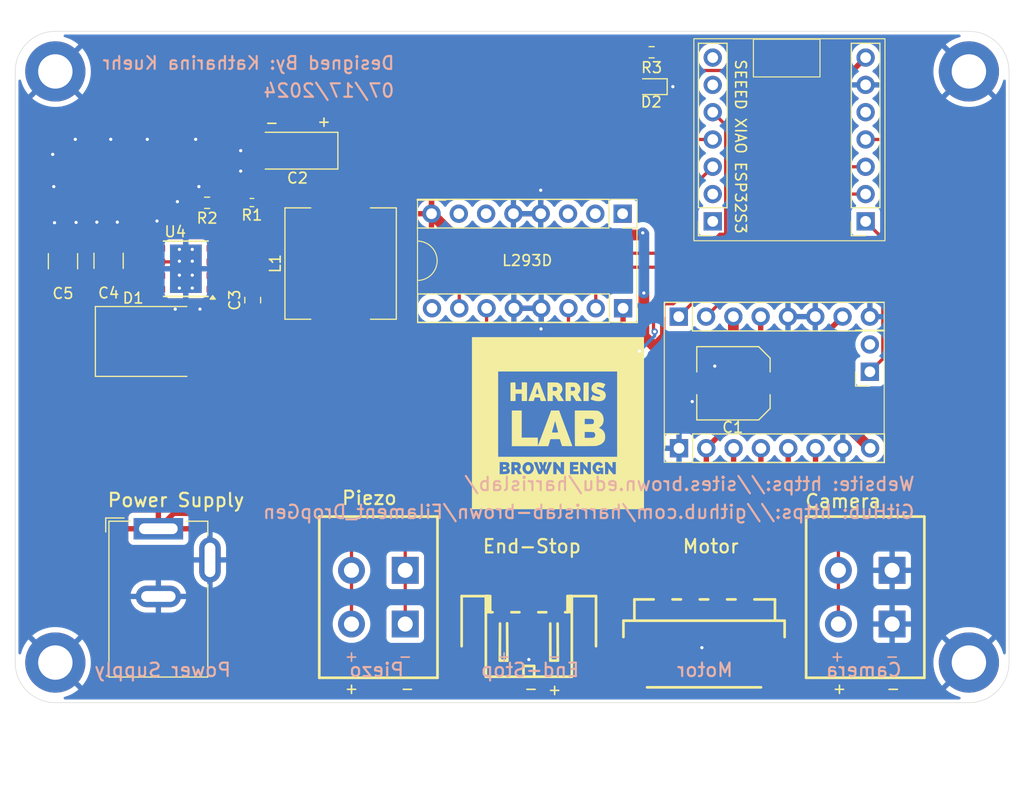
<source format=kicad_pcb>
(kicad_pcb (version 20240108) (generator "pcbnew") (generator_version "8.0")
  (layers (0 "F.Cu" signal) (31 "B.Cu" signal) (34 "B.Paste" user) (35 "F.Paste" user) (36 "B.SilkS" user "B.Silkscreen") (37 "F.SilkS" user "F.Silkscreen") (38 "B.Mask" user) (39 "F.Mask" user) (44 "Edge.Cuts" user))
  (net 0 "")
  (net 1 "GND")
  (net 2 "/PH")
  (net 3 "/ENA")
  (net 6 "/Boot")
  (net 7 "Signal")
  (net 8 "+5V")
  (net 9 "Trigger")
  (net 10 "Piezo 1")
  (net 11 "Piezo 2")
  (net 12 "DIAG")
  (net 13 "STEP")
  (net 14 "DIR")
  (net 15 "IN3")
  (net 16 "IN4")
  (net 28 "/VSENSE")
  (net 30 "+30V")
  (net 31 "Net-(U2-M1A)")
  (net 32 "Net-(U2-M2B)")
  (net 33 "Net-(U2-M1B)")
  (net 34 "Net-(U2-M2A)")
  (net 35 "Net-(D2-A)")
  (footprint "DropGeneratorPCB:ESP32S3" (layer "F.Cu") (at 131.191 107.2388 180)
    (property "Reference" "U1" (hide yes))
    (property "Value" "SEEED XIAO ESP32S3" (at 4.2926 2.667 -90) (layer "F.SilkS"))
    (pad "1" thru_hole oval (at 6.88 10.944 180) (size 1.7 1.7) (drill 1) (layers "*.Cu" "*.Mask"))
    (pad "2" thru_hole oval (at 6.88 8.404 180) (size 1.7 1.7) (drill 1) (layers "*.Cu" "*.Mask"))
    (pad "3" thru_hole oval (at 6.88 5.864 180) (size 1.7 1.7) (drill 1) (layers "*.Cu" "*.Mask") (net 7 "Signal"))
    (pad "4" thru_hole oval (at 6.88 3.324 180) (size 1.7 1.7) (drill 1) (layers "*.Cu" "*.Mask") (net 15 "IN3"))
    (pad "5" thru_hole oval (at 6.88 0.784 180) (size 1.7 1.7) (drill 1) (layers "*.Cu" "*.Mask") (net 16 "IN4"))
    (pad "6" thru_hole oval (at 6.88 -1.756 180) (size 1.7 1.7) (drill 1) (layers "*.Cu" "*.Mask"))
    (pad "7" thru_hole rect (at 6.88 -4.296 180) (size 1.7 1.7) (drill 1) (layers "*.Cu" "*.Mask"))
    (pad "8" thru_hole rect (at -7.344 -4.296 180) (size 1.7 1.7) (drill 1) (layers "*.Cu" "*.Mask") (net 12 "DIAG"))
    (pad "9" thru_hole oval (at -7.344 -1.756 180) (size 1.7 1.7) (drill 1) (layers "*.Cu" "*.Mask") (net 13 "STEP"))
    (pad "10" thru_hole oval (at -7.344 0.784 180) (size 1.7 1.7) (drill 1) (layers "*.Cu" "*.Mask") (net 14 "DIR"))
    (pad "11" thru_hole oval (at -7.344 3.324 180) (size 1.7 1.7) (drill 1) (layers "*.Cu" "*.Mask") (net 9 "Trigger"))
    (pad "12" thru_hole oval (at -7.344 5.864 180) (size 1.7 1.7) (drill 1) (layers "*.Cu" "*.Mask"))
    (pad "13" thru_hole oval (at -7.344 8.404 180) (size 1.7 1.7) (drill 1) (layers "*.Cu" "*.Mask") (net 1 "GND"))
    (pad "14" thru_hole oval (at -7.344 10.944 180) (size 1.7 1.7) (drill 1) (layers "*.Cu" "*.Mask") (net 8 "+5V"))
  )
  (footprint "DropGeneratorPCB:MC2209 numbers" (layer "F.Cu") (at 119.6992 134.0229 90)
    (property "Reference" "U2" (hide yes))
    (property "Value" "TMC2209_SILENTSTEPSTICK" (hide yes))
    (pad "1" thru_hole rect (at 1.3808 1.4732 90) (size 1.7 1.7) (drill 1) (layers "*.Cu" "*.Mask") (net 1 "GND"))
    (pad "2" thru_hole oval (at 1.3808 4.0132 90) (size 1.7 1.7) (drill 1) (layers "*.Cu" "*.Mask") (net 8 "+5V"))
    (pad "3" thru_hole oval (at 1.3808 6.5532 90) (size 1.7 1.7) (drill 1) (layers "*.Cu" "*.Mask") (net 32 "Net-(U2-M2B)"))
    (pad "4" thru_hole oval (at 1.3808 9.0932 90) (size 1.7 1.7) (drill 1) (layers "*.Cu" "*.Mask") (net 33 "Net-(U2-M1B)"))
    (pad "5" thru_hole oval (at 1.3808 11.6332 90) (size 1.7 1.7) (drill 1) (layers "*.Cu" "*.Mask") (net 31 "Net-(U2-M1A)"))
    (pad "6" thru_hole oval (at 1.3808 14.1732 90) (size 1.7 1.7) (drill 1) (layers "*.Cu" "*.Mask") (net 34 "Net-(U2-M2A)"))
    (pad "7" thru_hole oval (at 1.3808 16.7132 90) (size 1.7 1.7) (drill 1) (layers "*.Cu" "*.Mask") (net 1 "GND"))
    (pad "8" thru_hole oval (at 1.3808 19.2532 90) (size 1.7 1.7) (drill 1) (layers "*.Cu" "*.Mask") (net 8 "+5V"))
    (pad "9" thru_hole rect (at 8.4962 19.232 180) (size 1.7 1.7) (drill 1) (layers "*.Cu" "*.Mask") (net 12 "DIAG"))
    (pad "10" thru_hole oval (at 11.0362 19.232 180) (size 1.7 1.7) (drill 1) (layers "*.Cu" "*.Mask"))
    (pad "11" thru_hole oval (at 13.627 19.2312 90) (size 1.7 1.7) (drill 1) (layers "*.Cu" "*.Mask") (net 1 "GND"))
    (pad "12" thru_hole oval (at 13.627 16.6912 90) (size 1.7 1.7) (drill 1) (layers "*.Cu" "*.Mask") (net 8 "+5V"))
    (pad "13" thru_hole oval (at 13.627 14.1512 90) (size 1.7 1.7) (drill 1) (layers "*.Cu" "*.Mask") (net 1 "GND"))
    (pad "14" thru_hole oval (at 13.627 11.6112 90) (size 1.7 1.7) (drill 1) (layers "*.Cu" "*.Mask") (net 1 "GND"))
    (pad "15" thru_hole oval (at 13.627 9.0712 90) (size 1.7 1.7) (drill 1) (layers "*.Cu" "*.Mask") (net 8 "+5V"))
    (pad "16" thru_hole oval (at 13.627 6.5312 90) (size 1.7 1.7) (drill 1) (layers "*.Cu" "*.Mask") (net 8 "+5V"))
    (pad "17" thru_hole oval (at 13.627 3.9912 90) (size 1.7 1.7) (drill 1) (layers "*.Cu" "*.Mask") (net 13 "STEP"))
    (pad "18" thru_hole rect (at 13.627 1.4512 90) (size 1.7 1.7) (drill 1) (layers "*.Cu" "*.Mask") (net 14 "DIR"))
  )
  (footprint "Capacitor_SMD:C_0805_2012Metric" (layer "F.Cu") (at 81.5086 118.8621 90)
    (property "Reference" "C3" (at 0 -1.68 90) (layer "F.SilkS"))
    (property "Value" "10nF")
    (pad "1" smd roundrect (at -0.95 0 90) (size 1 1.45) (layers "F.Cu" "F.Paste" "F.Mask") (net 2 "/PH"))
    (pad "2" smd roundrect (at 0.95 0 90) (size 1 1.45) (layers "F.Cu" "F.Paste" "F.Mask") (net 6 "/Boot"))
  )
  (footprint "DropGeneratorPCB:terminal_block" (layer "F.Cu") (at 93.1628 155.4986 180)
    (property "Reference" "J5" (hide yes))
    (property "Value" "Piezo")
    (pad "1" thru_hole rect (at -2.5372 6.4986 180) (size 2.5 2.5) (drill 1.399997) (layers "*.Cu" "*.Mask") (net 10 "Piezo 1"))
    (pad "1" thru_hole rect (at -2.5372 11.4986 180) (size 2.5 2.5) (drill 1.399997) (layers "*.Cu" "*.Mask") (net 10 "Piezo 1"))
    (pad "2" thru_hole circle (at 2.4628 6.4986 180) (size 2.5 2.5) (drill 1.399997) (layers "*.Cu" "*.Mask") (net 11 "Piezo 2"))
    (pad "2" thru_hole circle (at 2.4628 11.4986 180) (size 2.5 2.5) (drill 1.399997) (layers "*.Cu" "*.Mask") (net 11 "Piezo 2"))
  )
  (footprint "DropGeneratorPCB:terminal_block" (layer "F.Cu") (at 138.4628 155.4986 180)
    (property "Reference" "J4" (hide yes))
    (property "Value" "Camera Terminal Block" (hide yes))
    (pad "1" thru_hole rect (at -2.5372 6.4986 180) (size 2.5 2.5) (drill 1.399997) (layers "*.Cu" "*.Mask") (net 1 "GND"))
    (pad "1" thru_hole rect (at -2.5372 11.4986 180) (size 2.5 2.5) (drill 1.399997) (layers "*.Cu" "*.Mask") (net 1 "GND"))
    (pad "2" thru_hole circle (at 2.4628 6.4986 180) (size 2.5 2.5) (drill 1.399997) (layers "*.Cu" "*.Mask") (net 9 "Trigger"))
    (pad "2" thru_hole circle (at 2.4628 11.4986 180) (size 2.5 2.5) (drill 1.399997) (layers "*.Cu" "*.Mask") (net 9 "Trigger"))
  )
  (footprint "LED_SMD:LED_0603_1608Metric" (layer "F.Cu") (at 118.585 99 180)
    (property "Reference" "D2" (at 0 -1.43 0) (layer "F.SilkS"))
    (property "Value" "LED")
    (pad "1" smd roundrect (at -0.7875 0 180) (size 0.875 0.95) (layers "F.Cu" "F.Paste" "F.Mask") (net 1 "GND"))
    (pad "2" smd roundrect (at 0.7875 0 180) (size 0.875 0.95) (layers "F.Cu" "F.Paste" "F.Mask") (net 35 "Net-(D2-A)"))
  )
  (footprint "MountingHole:MountingHole_3.2mm_M3_DIN965_Pad" (layer "F.Cu") (at 148.1442 152.583)
    (property "Reference" "H4" (hide yes))
    (property "Value" "MountingHole")
    (pad "1" thru_hole circle (at 0 0) (size 5.6 5.6) (drill 3.2) (layers "*.Cu" "*.Mask") (net 1 "GND"))
  )
  (footprint "Capacitor_Tantalum_SMD:CP_EIA-6032-15_Kemet-U" (layer "F.Cu") (at 85.6742 104.9546 180)
    (property "Reference" "C2" (at 0 -2.55 0) (layer "F.SilkS"))
    (property "Value" "220uF")
    (pad "1" smd roundrect (at -2.4625 0 180) (size 2.075 2.35) (layers "F.Cu" "F.Paste" "F.Mask") (roundrect_rratio 0.120482) (net 8 "+5V"))
    (pad "2" smd roundrect (at 2.4625 0 180) (size 2.075 2.35) (layers "F.Cu" "F.Paste" "F.Mask") (roundrect_rratio 0.120482) (net 1 "GND"))
  )
  (footprint "DropGeneratorPCB:4_pin_jst" (layer "F.Cu") (at 123.3644 143)
    (property "Reference" "J2" (hide yes))
    (property "Value" "JST_4_pin")
    (pad "1" smd rect (at -3.6144 2.6872) (size 1.3 4.5) (layers "F.Cu" "F.Paste" "F.Mask") (net 32 "Net-(U2-M2B)"))
    (pad "2" smd rect (at -1.1144 2.6872) (size 1.3 4.5) (layers "F.Cu" "F.Paste" "F.Mask") (net 33 "Net-(U2-M1B)"))
    (pad "3" smd rect (at 1.3856 2.6872) (size 1.3 4.5) (layers "F.Cu" "F.Paste" "F.Mask") (net 31 "Net-(U2-M1A)"))
    (pad "4" smd rect (at 3.8856 2.6872) (size 1.3 4.5) (layers "F.Cu" "F.Paste" "F.Mask") (net 34 "Net-(U2-M2A)"))
    (pad "5" smd rect (at 7.2356 9.6872) (size 3 4.5) (layers "F.Cu" "F.Paste" "F.Mask") (net 1 "GND"))
    (pad "6" smd rect (at -6.9644 9.6872) (size 3 4.5) (layers "F.Cu" "F.Paste" "F.Mask") (net 1 "GND"))
  )
  (footprint "Resistor_SMD:R_0603_1608Metric" (layer "F.Cu") (at 118.625 95.8 180)
    (property "Reference" "R3" (at 0 -1.43 0) (layer "F.SilkS"))
    (property "Value" "3.24kΩ")
    (pad "1" smd roundrect (at -0.825 0 180) (size 0.8 0.95) (layers "F.Cu" "F.Paste" "F.Mask") (net 8 "+5V"))
    (pad "2" smd roundrect (at 0.825 0 180) (size 0.8 0.95) (layers "F.Cu" "F.Paste" "F.Mask") (net 35 "Net-(D2-A)"))
  )
  (footprint "Capacitor_SMD:C_1210_3225Metric" (layer "F.Cu") (at 63.8556 115.2416 -90)
    (property "Reference" "C5" (at 2.999 0 0) (layer "F.SilkS"))
    (property "Value" "4.7uF")
    (pad "1" smd roundrect (at -1.475 0 270) (size 1.15 2.7) (layers "F.Cu" "F.Paste" "F.Mask") (roundrect_rratio 0.217391) (net 1 "GND"))
    (pad "2" smd roundrect (at 1.475 0 270) (size 1.15 2.7) (layers "F.Cu" "F.Paste" "F.Mask") (roundrect_rratio 0.217391) (net 30 "+30V"))
  )
  (footprint "Connector_BarrelJack:BarrelJack_GCT_DCJ200-10-A_Horizontal" (layer "F.Cu") (at 72.7306 140.1318)
    (property "Reference" "J3" (hide yes))
    (property "Value" "Barrel_Jack_Switch")
    (pad "1" thru_hole rect (at 0 0) (size 4.6 2) (drill oval 3.6 1) (layers "*.Cu" "*.Mask") (net 30 "+30V"))
    (pad "2" thru_hole oval (at 0 6.3) (size 4.2 2) (drill oval 3.2 1) (layers "*.Cu" "*.Mask") (net 1 "GND"))
    (pad "3" thru_hole oval (at 4.8 2.9) (size 2 4.2) (drill oval 1 3.2) (layers "*.Cu" "*.Mask") (net 1 "GND"))
  )
  (footprint "Resistor_SMD:R_0402_1005Metric_Pad0.72x0.64mm_HandSolder" (layer "F.Cu") (at 81.4324 109.7806 180)
    (property "Reference" "R1" (at 0 -1.17 180) (layer "F.SilkS"))
    (property "Value" "10KΩ T")
    (pad "1" smd roundrect (at -0.5975 0 180) (size 0.715 0.64) (layers "F.Cu" "F.Paste" "F.Mask") (net 8 "+5V"))
    (pad "2" smd roundrect (at 0.5975 0 180) (size 0.715 0.64) (layers "F.Cu" "F.Paste" "F.Mask") (net 28 "/VSENSE"))
  )
  (footprint "Diode_SMD:D_SMC" (layer "F.Cu") (at 71.7804 122.7074)
    (property "Reference" "D1" (at -1.397 -4.0386 0) (layer "F.SilkS"))
    (property "Value" "B340A_C3018525")
    (pad "1" smd roundrect (at -3.4 0 90) (size 3.3 2.5) (layers "F.Cu" "F.Paste" "F.Mask") (roundrect_rratio 0.1) (net 2 "/PH"))
    (pad "2" smd roundrect (at 3.4 0 90) (size 3.3 2.5) (layers "F.Cu" "F.Paste" "F.Mask") (roundrect_rratio 0.1) (net 1 "GND"))
  )
  (footprint "MountingHole:MountingHole_3.2mm_M3_DIN965_Pad" (layer "F.Cu") (at 63.1442 152.583)
    (property "Reference" "H3" (hide yes))
    (property "Value" "MountingHole")
    (pad "1" thru_hole circle (at 0 0) (size 5.6 5.6) (drill 3.2) (layers "*.Cu" "*.Mask") (net 1 "GND"))
  )
  (footprint "MountingHole:MountingHole_3.2mm_M3_DIN965_Pad" (layer "F.Cu") (at 63.1442 97.583)
    (property "Reference" "H2" (hide yes))
    (property "Value" "MountingHole")
    (pad "1" thru_hole circle (at 0 0) (size 5.6 5.6) (drill 3.2) (layers "*.Cu" "*.Mask") (net 1 "GND"))
  )
  (footprint "LOGO" (layer "F.Cu") (at 109.9 130.3)
    (property "Reference" "G***" (hide yes))
    (property "Value" "LOGO" (hide yes))
  )
  (footprint "Resistor_SMD:R_0603_1608Metric" (layer "F.Cu") (at 77.2668 109.806 180)
    (property "Reference" "R2" (at 0 -1.43 0) (layer "F.SilkS"))
    (property "Value" "3.24kΩ")
    (pad "1" smd roundrect (at -0.825 0 180) (size 0.8 0.95) (layers "F.Cu" "F.Paste" "F.Mask") (net 28 "/VSENSE"))
    (pad "2" smd roundrect (at 0.825 0 180) (size 0.8 0.95) (layers "F.Cu" "F.Paste" "F.Mask") (net 1 "GND"))
  )
  (footprint "DropGeneratorPCB:L293D" (layer "F.Cu") (at 117.2626 109.4832 -90)
    (property "Reference" "U3" (hide yes))
    (property "Value" "L293D" (at 5.692 10.2126 0) (layer "F.SilkS"))
    (pad "1" thru_hole oval (at 10.1346 19.0754 270) (size 1.7 1.7) (drill 1) (layers "*.Cu" "*.Mask"))
    (pad "2" thru_hole oval (at 10.1346 16.5354 270) (size 1.7 1.7) (drill 1) (layers "*.Cu" "*.Mask") (net 15 "IN3"))
    (pad "3" thru_hole oval (at 10.1346 13.9954 270) (size 1.7 1.7) (drill 1) (layers "*.Cu" "*.Mask") (net 11 "Piezo 2"))
    (pad "4" thru_hole oval (at 10.1346 11.4554 270) (size 1.7 1.7) (drill 1) (layers "*.Cu" "*.Mask") (net 1 "GND"))
    (pad "5" thru_hole oval (at 10.1346 8.9154 270) (size 1.7 1.7) (drill 1) (layers "*.Cu" "*.Mask") (net 1 "GND"))
    (pad "6" thru_hole oval (at 10.1346 6.3754 270) (size 1.7 1.7) (drill 1) (layers "*.Cu" "*.Mask") (net 10 "Piezo 1"))
    (pad "7" thru_hole oval (at 10.1346 3.8354 270) (size 1.7 1.7) (drill 1) (layers "*.Cu" "*.Mask") (net 16 "IN4"))
    (pad "8" thru_hole rect (at 10.1346 1.2954 270) (size 1.7 1.7) (drill 1) (layers "*.Cu" "*.Mask") (net 30 "+30V"))
    (pad "9" thru_hole rect (at 1.337 1.337 270) (size 1.7 1.7) (drill 1) (layers "*.Cu" "*.Mask"))
    (pad "10" thru_hole oval (at 1.337 3.877 270) (size 1.7 1.7) (drill 1) (layers "*.Cu" "*.Mask"))
    (pad "11" thru_hole oval (at 1.337 6.417 270) (size 1.7 1.7) (drill 1) (layers "*.Cu" "*.Mask"))
    (pad "12" thru_hole oval (at 1.337 8.957 270) (size 1.7 1.7) (drill 1) (layers "*.Cu" "*.Mask") (net 1 "GND"))
    (pad "13" thru_hole oval (at 1.337 11.497 270) (size 1.7 1.7) (drill 1) (layers "*.Cu" "*.Mask") (net 1 "GND"))
    (pad "14" thru_hole oval (at 1.337 14.037 270) (size 1.7 1.7) (drill 1) (layers "*.Cu" "*.Mask"))
    (pad "15" thru_hole oval (at 1.337 16.577 270) (size 1.7 1.7) (drill 1) (layers "*.Cu" "*.Mask"))
    (pad "16" thru_hole oval (at 1.337 19.117 270) (size 1.7 1.7) (drill 1) (layers "*.Cu" "*.Mask") (net 8 "+5V"))
  )
  (footprint "Capacitor_SMD:C_Elec_6.3x7.7" (layer "F.Cu") (at 126.2375 126.6 180)
    (property "Reference" "C1" (at 0.0625 -4.1 0) (layer "F.SilkS"))
    (property "Value" "100uF")
    (pad "1" smd roundrect (at -2.5375 0 180) (size 3.325 1.6) (layers "F.Cu" "F.Paste" "F.Mask") (roundrect_rratio 0.15625) (net 8 "+5V"))
    (pad "2" smd roundrect (at 2.5375 0 180) (size 3.325 1.6) (layers "F.Cu" "F.Paste" "F.Mask") (roundrect_rratio 0.15625) (net 1 "GND"))
  )
  (footprint "Capacitor_SMD:C_1210_3225Metric" (layer "F.Cu") (at 68.1 115.2 -90)
    (property "Reference" "C4" (at 2.999 0 0) (layer "F.SilkS"))
    (property "Value" "4.7uF")
    (pad "1" smd roundrect (at -1.475 0 270) (size 1.15 2.7) (layers "F.Cu" "F.Paste" "F.Mask") (roundrect_rratio 0.217391) (net 1 "GND"))
    (pad "2" smd roundrect (at 1.475 0 270) (size 1.15 2.7) (layers "F.Cu" "F.Paste" "F.Mask") (roundrect_rratio 0.217391) (net 30 "+30V"))
  )
  (footprint "Inductor_SMD:L_Vishay_IHLP-4040" (layer "F.Cu") (at 89.6874 115.4585 90)
    (property "Reference" "L1" (at 0 -6.08 90) (layer "F.SilkS"))
    (property "Value" "22uH ")
    (pad "1" smd rect (at -4.5075 0 90) (size 3.175 4.95) (layers "F.Cu" "F.Paste" "F.Mask") (net 2 "/PH"))
    (pad "2" smd rect (at 4.5075 0 90) (size 3.175 4.95) (layers "F.Cu" "F.Paste" "F.Mask") (net 8 "+5V"))
  )
  (footprint "DropGeneratorPCB:3_pin_jst" (layer "F.Cu") (at 107.2866 146.9462)
    (property "Reference" "J1" (hide yes))
    (property "Value" "JST_3_pin")
    (pad "1" smd rect (at -2.5866 -0.5462) (size 1.3 4.5) (layers "F.Cu" "F.Paste" "F.Mask") (net 7 "Signal"))
    (pad "2" smd rect (at -0.0866 -0.5462) (size 1.3 4.5) (layers "F.Cu" "F.Paste" "F.Mask") (net 1 "GND"))
    (pad "3" smd rect (at 2.4134 -0.5462) (size 1.3 4.5) (layers "F.Cu" "F.Paste" "F.Mask") (net 8 "+5V"))
    (pad "4" smd rect (at -5.7866 6.2738) (size 1.8 3.9) (layers "F.Cu" "F.Paste" "F.Mask") (net 1 "GND"))
    (pad "5" smd rect (at 5.6134 6.2738) (size 1.8 3.9) (layers "F.Cu" "F.Paste" "F.Mask") (net 1 "GND"))
  )
  (footprint "MountingHole:MountingHole_3.2mm_M3_DIN965_Pad" (layer "F.Cu") (at 148.1442 97.583)
    (property "Reference" "H1" (hide yes))
    (property "Value" "MountingHole")
    (pad "1" thru_hole circle (at 0 0) (size 5.6 5.6) (drill 3.2) (layers "*.Cu" "*.Mask") (net 1 "GND"))
  )
  (footprint "Package_SO:TI_SO-PowerPAD-8_ThermalVias" (layer "F.Cu") (at 75.2856 115.9411 180)
    (property "Reference" "U4" (at 0.9856 3.4411 180) (layer "F.SilkS"))
    (property "Value" "TPS5430DDAR")
    (pad "1" smd rect (at -2.7 -1.905 180) (size 1.55 0.6) (layers "F.Cu" "F.Paste" "F.Mask") (net 6 "/Boot"))
    (pad "2" smd rect (at -2.7 -0.635 180) (size 1.55 0.6) (layers "F.Cu" "F.Paste" "F.Mask"))
    (pad "3" smd rect (at -2.7 0.635 180) (size 1.55 0.6) (layers "F.Cu" "F.Paste" "F.Mask"))
    (pad "4" smd rect (at -2.7 1.905 180) (size 1.55 0.6) (layers "F.Cu" "F.Paste" "F.Mask") (net 28 "/VSENSE"))
    (pad "5" smd rect (at 2.7 1.905 180) (size 1.55 0.6) (layers "F.Cu" "F.Paste" "F.Mask") (net 3 "/ENA"))
    (pad "6" smd rect (at 2.7 0.635 180) (size 1.55 0.6) (layers "F.Cu" "F.Paste" "F.Mask") (net 1 "GND"))
    (pad "7" smd rect (at 2.7 -0.635 180) (size 1.55 0.6) (layers "F.Cu" "F.Paste" "F.Mask") (net 30 "+30V"))
    (pad "8" smd rect (at 2.7 -1.905 180) (size 1.55 0.6) (layers "F.Cu" "F.Paste" "F.Mask") (net 2 "/PH"))
    (pad "9" thru_hole circle (at -0.6 -1.8 180) (size 0.6 0.6) (drill 0.3) (layers "*.Cu") (net 1 "GND"))
    (pad "9" thru_hole circle (at -0.6 -0.6 180) (size 0.6 0.6) (drill 0.3) (layers "*.Cu") (net 1 "GND"))
    (pad "9" thru_hole circle (at -0.6 0.7 180) (size 0.6 0.6) (drill 0.3) (layers "*.Cu") (net 1 "GND"))
    (pad "9" thru_hole circle (at -0.6 1.8 180) (size 0.6 0.6) (drill 0.3) (layers "*.Cu") (net 1 "GND"))
    (pad "9" smd rect (at 0 0 180) (size 2.95 4.5) (layers "F.Cu") (net 1 "GND"))
    (pad "9" smd rect (at 0 0 180) (size 2.95 4.5) (layers "B.Cu") (net 1 "GND"))
    (pad "9" thru_hole circle (at 0.6 -1.8 180) (size 0.6 0.6) (drill 0.3) (layers "*.Cu") (net 1 "GND"))
    (pad "9" thru_hole circle (at 0.6 -0.6 180) (size 0.6 0.6) (drill 0.3) (layers "*.Cu") (net 1 "GND"))
    (pad "9" thru_hole circle (at 0.6 0.7 180) (size 0.6 0.6) (drill 0.3) (layers "*.Cu") (net 1 "GND"))
    (pad "9" thru_hole circle (at 0.6 1.8 180) (size 0.6 0.6) (drill 0.3) (layers "*.Cu") (net 1 "GND"))
  )
  (gr_arc (start 148.1442 93.8492) (mid 150.784395 94.942805) (end 151.878 97.583) (stroke (width 0.05)) (layer "Edge.Cuts"))
  (gr_arc (start 59.4104 97.583) (mid 60.504005 94.942805) (end 63.1442 93.8492) (stroke (width 0.05)) (layer "Edge.Cuts"))
  (gr_line (start 151.878 97.583) (end 151.878 152.583) (stroke (width 0.05)) (layer "Edge.Cuts"))
  (gr_arc (start 63.1442 156.3168) (mid 60.504005 155.223195) (end 59.4104 152.583) (stroke (width 0.05)) (layer "Edge.Cuts"))
  (gr_arc (start 151.878 152.583) (mid 150.784395 155.223195) (end 148.1442 156.3168) (stroke (width 0.05)) (layer "Edge.Cuts"))
  (gr_line (start 63.1442 93.8492) (end 148.1442 93.8492) (stroke (width 0.05)) (layer "Edge.Cuts"))
  (gr_line (start 59.4104 152.583) (end 59.4104 97.583) (stroke (width 0.05)) (layer "Edge.Cuts"))
  (gr_line (start 63.1442 156.3168) (end 148.1442 156.3168) (stroke (width 0.05)) (layer "Edge.Cuts"))
  (gr_text "-" (at 141 152 0) (layer "B.SilkS") (effects (font (size 1 1))))
  (gr_text "Designed By: Katharina Kuehr" (at 94.8 97.5 0) (layer "B.SilkS") (effects (font (size 1.1938 1.1938) (thickness 0.19812) (bold yes)) (justify left bottom mirror)))
  (gr_text "+" (at 90.7 152 0) (layer "B.SilkS") (effects (font (size 1 1))))
  (gr_text "+" (at 135.9 152 0) (layer "B.SilkS") (effects (font (size 1 1))))
  (gr_text "End-Stop" (at 112 154 0) (layer "B.SilkS") (effects (font (size 1.25 1.25) (thickness 0.2)) (justify left bottom mirror)))
  (gr_text "07/17/2024" (at 94.8 100.1 0) (layer "B.SilkS") (effects (font (size 1.25 1.25) (thickness 0.2)) (justify left bottom mirror)))
  (gr_text "Piezo" (at 95.7 154 0) (layer "B.SilkS") (effects (font (size 1.25 1.25) (thickness 0.2)) (justify left bottom mirror)))
  (gr_text "Website: https://sites.brown.edu/harrislab/" (at 143.2 136.7 0) (layer "B.SilkS") (effects (font (size 1.25 1.25) (thickness 0.2)) (justify left bottom mirror)))
  (gr_text "-" (at 95.7 152 0) (layer "B.SilkS") (effects (font (size 1 1))))
  (gr_text "Power Supply" (at 79.6 154 0) (layer "B.SilkS") (effects (font (size 1.25 1.25) (thickness 0.2)) (justify left bottom mirror)))
  (gr_text "Motor" (at 126.3 154 0) (layer "B.SilkS") (effects (font (size 1.25 1.25) (thickness 0.2)) (justify left bottom mirror)))
  (gr_text "Camera" (at 142 154 0) (layer "B.SilkS") (effects (font (size 1.25 1.25) (thickness 0.2)) (justify left bottom mirror)))
  (gr_text "-" (at 109.6 152 0) (layer "B.SilkS") (effects (font (size 1 1))))
  (gr_text "+" (at 104.9 152 0) (layer "B.SilkS") (effects (font (size 1 1))))
  (gr_text "GitHub: https://github.com/harrislab-brown/Filament_DropGen" (at 143.2 139.3 0) (layer "B.SilkS") (effects (font (size 1.25 1.25) (thickness 0.2)) (justify left bottom mirror)))
  (gr_text "-" (at 141.1 155 0) (layer "F.SilkS") (effects (font (size 1 1))))
  (gr_text "Power Supply" (at 67.9 138.2 0) (layer "F.SilkS") (effects (font (size 1.25 1.25) (thickness 0.2)) (justify left bottom)))
  (gr_text "+" (at 136.1 155 0) (layer "F.SilkS") (effects (font (size 1 1))))
  (gr_text "+" (at 109.6 155.1 0) (layer "F.SilkS") (effects (font (size 1 1))))
  (gr_text "Camera" (at 132.8 138.3 0) (layer "F.SilkS") (effects (font (size 1.25 1.25) (thickness 0.2)) (justify left bottom)))
  (gr_text "-" (at 83.2866 102.3366 0) (layer "F.SilkS") (effects (font (size 1 1))))
  (gr_text "+" (at 88.138 102.235 0) (layer "F.SilkS") (effects (font (size 1 1))))
  (gr_text "Motor" (at 121.4 142.5 0) (layer "F.SilkS") (effects (font (size 1.25 1.25) (thickness 0.2)) (justify left bottom)))
  (gr_text "End-Stop" (at 102.8 142.5 0) (layer "F.SilkS") (effects (font (size 1.25 1.25) (thickness 0.2)) (justify left bottom)))
  (gr_text "-" (at 95.9 155 0) (layer "F.SilkS") (effects (font (size 1 1))))
  (gr_text "Piezo" (at 89.7 138 0) (layer "F.SilkS") (effects (font (size 1.25 1.25) (thickness 0.2)) (justify left bottom)))
  (gr_text "+" (at 90.7 155 0) (layer "F.SilkS") (effects (font (size 1 1))))
  (gr_text "-" (at 107.4 155 0) (layer "F.SilkS") (effects (font (size 1 1))))
  (segment (start 116.4 152.6872) (end 123.2872 152.6872) (width 0.5) (layer "F.Cu") (net 1))
  (segment (start 123.2872 152.6872) (end 123.3 152.7) (width 0.5) (layer "F.Cu") (net 1))
  (segment (start 101.5 153.22) (end 107.2 153.22) (width 0.5) (layer "F.Cu") (net 1))
  (segment (start 123.7 126.6) (end 123.7 126.3) (width 0.5) (layer "F.Cu") (net 1))
  (segment (start 105.7656 110.8202) (end 108.3056 110.8202) (width 0.5) (layer "F.Cu") (net 1))
  (segment (start 123.7 126.6) (end 123.7 127) (width 0.5) (layer "F.Cu") (net 1))
  (segment (start 123.3 152.7) (end 123.3128 152.6872) (width 0.5) (layer "F.Cu") (net 1))
  (segment (start 123.3128 152.6872) (end 123.6 152.6872) (width 0.5) (layer "F.Cu") (net 1))
  (segment (start 108.3056 110.8202) (end 108.3056 108.6358) (width 0.5) (layer "F.Cu") (net 1))
  (segment (start 141.9606 144.2212) (end 142.0114 144.1704) (width 0.5) (layer "F.Cu") (net 1))
  (segment (start 74.6456 115.3011) (end 75.2856 115.9411) (width 0.3) (layer "F.Cu") (net 1))
  (segment (start 123.7 125.8) (end 124.5 125) (width 0.5) (layer "F.Cu") (net 1))
  (segment (start 119.3725 99) (end 120.55 99) (width 0.5) (layer "F.Cu") (net 1))
  (segment (start 107.2 146.4) (end 107.2 144.8) (width 0.3) (layer "F.Cu") (net 1))
  (segment (start 107.2 153.22) (end 109.9 153.22) (width 0.5) (layer "F.Cu") (net 1))
  (segment (start 72.5856 115.3011) (end 74.6456 115.3011) (width 0.3) (layer "F.Cu") (net 1))
  (segment (start 123.3128 152.6872) (end 123.3128 151.2128) (width 0.5) (layer "F.Cu") (net 1))
  (segment (start 107.2 153.22) (end 107.2 146.4) (width 0.5) (layer "F.Cu") (net 1))
  (segment (start 123.7 126.3) (end 123.6904 126.2904) (width 0.5) (layer "F.Cu") (net 1))
  (segment (start 109.9 153.22) (end 112.9 153.22) (width 0.5) (layer "F.Cu") (net 1))
  (segment (start 108.3472 119.6178) (end 108.3472 121.5228) (width 0.5) (layer "F.Cu") (net 1))
  (segment (start 123.3128 151.2128) (end 123.3 151.2) (width 0.5) (layer "F.Cu") (net 1))
  (segment (start 108.3472 121.5228) (end 108.331 121.539) (width 0.5) (layer "F.Cu") (net 1))
  (segment (start 123.6 152.6872) (end 130.6 152.6872) (width 0.5) (layer "F.Cu") (net 1))
  (segment (start 105.8072 119.6178) (end 108.3472 119.6178) (width 0.5) (layer "F.Cu") (net 1))
  (segment (start 123.7 126.6) (end 123.7 125.8) (width 0.5) (layer "F.Cu") (net 1))
  (segment (start 123.7 127) (end 122.4 128.3) (width 0.5) (layer "F.Cu") (net 1))
  (segment (start 107.2 153.22) (end 107.2 152.3) (width 0.5) (layer "F.Cu") (net 1))
  (via (at 108.331 121.539) (size 0.7) (drill 0.3) (layers "F.Cu" "B.Cu") (net 1))
  (via (at 74.3 119.7) (size 0.6) (drill 0.3) (layers "F.Cu" "B.Cu") (net 1))
  (via (at 63 108.3) (size 0.6) (drill 0.3) (layers "F.Cu" "B.Cu") (net 1))
  (via (at 71.7 103.9) (size 0.6) (drill 0.3) (layers "F.Cu" "B.Cu") (net 1))
  (via (at 80.391 106.8578) (size 0.7) (drill 0.3) (layers "F.Cu" "B.Cu") (net 1))
  (via (at 62.9 105.3) (size 0.6) (drill 0.3) (layers "F.Cu" "B.Cu") (net 1))
  (via (at 123.3 151.2) (size 0.6) (drill 0.3) (layers "F.Cu" "B.Cu") (net 1))
  (via (at 63.0682 111.6584) (size 0.7) (drill 0.3) (layers "F.Cu" "B.Cu") (net 1))
  (via (at 108.3056 108.6358) (size 0.7) (drill 0.3) (layers "F.Cu" "B.Cu") (net 1))
  (via (at 65.0748 111.633) (size 0.7) (drill 0.3) (layers "F.Cu" "B.Cu") (net 1))
  (via (at 124.5 125) (size 0.7) (drill 0.3) (layers "F.Cu" "B.Cu") (net 1))
  (via (at 122.4 128.3) (size 0.7) (drill 0.3) (layers "F.Cu" "B.Cu") (net 1))
  (via (at 107.2 152.3) (size 0.6) (drill 0.3) (layers "F.Cu" "B.Cu") (net 1))
  (via (at 76.5 108.3) (size 0.6) (drill 0.3) (layers "F.Cu" "B.Cu") (net 1))
  (via (at 67.0052 111.6076) (size 0.7) (drill 0.3) (layers "F.Cu" "B.Cu") (net 1))
  (via (at 74.5 109.7) (size 0.6) (drill 0.3) (layers "F.Cu" "B.Cu") (net 1))
  (via (at 72.6 111.5) (size 0.6) (drill 0.3) (layers "F.Cu" "B.Cu") (net 1))
  (via (at 68.3 103.9) (size 0.6) (drill 0.3) (layers "F.Cu" "B.Cu") (net 1))
  (via (at 120.6 99) (size 0.7) (drill 0.3) (layers "F.Cu" "B.Cu") (net 1))
  (via (at 68.9102 111.6076) (size 0.7) (drill 0.3) (layers "F.Cu" "B.Cu") (net 1))
  (via (at 76.6 119.7) (size 0.6) (drill 0.3) (layers "F.Cu" "B.Cu") (net 1))
  (via (at 65 103.9) (size 0.6) (drill 0.3) (layers "F.Cu" "B.Cu") (net 1))
  (via (at 76.2 103.9) (size 0.6) (drill 0.3) (layers "F.Cu" "B.Cu") (net 1))
  (via (at 80.391 104.9528) (size 0.7) (drill 0.3) (layers "F.Cu" "B.Cu") (net 1))
  (segment (start 77.9856 117.8511) (end 81.4476 117.8511) (width 0.3) (layer "F.Cu") (net 6))
  (segment (start 81.4476 117.8511) (end 81.5086 117.9121) (width 0.3) (layer "F.Cu") (net 6))
  (segment (start 118.8 121.685786) (end 118.8 118.9) (width 0.3) (layer "F.Cu") (net 7))
  (segment (start 104.7 144.8) (end 104.7 146.4) (width 0.3) (layer "F.Cu") (net 7))
  (segment (start 125.511 102.5748) (end 124.311 101.3748) (width 0.3) (layer "F.Cu") (net 7))
  (segment (start 117.5 132) (end 104.7 144.8) (width 0.3) (layer "F.Cu") (net 7))
  (segment (start 118.907107 121.792893) (end 118.8 121.685786) (width 0.3) (layer "F.Cu") (net 7))
  (segment (start 118.8 118.9) (end 124.9652 112.7348) (width 0.3) (layer "F.Cu") (net 7))
  (segment (start 124.9652 112.7348) (end 125.511 112.7348) (width 0.3) (layer "F.Cu") (net 7))
  (segment (start 125.511 112.7348) (end 125.511 102.5748) (width 0.3) (layer "F.Cu") (net 7))
  (segment (start 117.5 123.6) (end 117.5 132) (width 0.3) (layer "F.Cu") (net 7))
  (via (at 118.907107 121.792893) (size 0.6) (drill 0.3) (layers "F.Cu" "B.Cu") (net 7))
  (via (at 117.5 123.6) (size 0.6) (drill 0.3) (layers "F.Cu" "B.Cu") (net 7))
  (segment (start 118.907107 121.792893) (end 118.907107 122.192893) (width 0.3) (layer "B.Cu") (net 7))
  (segment (start 118.907107 122.192893) (end 117.5 123.6) (width 0.3) (layer "B.Cu") (net 7))
  (segment (start 126.9 107.9298) (end 126.9 112.8) (width 0.5) (layer "F.Cu") (net 8))
  (segment (start 119.1 123.4) (end 125.575 123.4) (width 1) (layer "F.Cu") (net 8))
  (segment (start 129.6 123.5) (end 131.4 123.5) (width 0.5) (layer "F.Cu") (net 8))
  (segment (start 123.7124 132.6421) (end 128.775 127.5795) (width 0.5) (layer "F.Cu") (net 8))
  (segment (start 117.9 122.2) (end 118.65 122.95) (width 1) (layer "F.Cu") (net 8))
  (segment (start 128.775 126.6) (end 129.1 126.6) (width 0.5) (layer "F.Cu") (net 8))
  (segment (start 133.2863 123.5) (end 136.3904 120.3959) (width 0.5) (layer "F.Cu") (net 8))
  (segment (start 123.7124 133.9876) (end 111.3 146.4) (width 0.5) (layer "F.Cu") (net 8))
  (segment (start 82.0299 109.7806) (end 84.6056 109.7806) (width 0.5) (layer "F.Cu") (net 8))
  (segment (start 126.2304 124.0554) (end 128.775 126.6) (width 1) (layer "F.Cu") (net 8))
  (segment (start 85.344 109.0422) (end 84.6056 109.7806) (width 0.5) (layer "F.Cu") (net 8))
  (segment (start 119.657107 119.289193) (end 119.657107 122.142893) (width 0.5) (layer "F.Cu") (net 8))
  (segment (start 125.575 123.4) (end 126.2304 124.0554) (width 1) (layer "F.Cu") (net 8))
  (segment (start 118.65 122.95) (end 119.1 123.4) (width 1) (layer "F.Cu") (net 8))
  (segment (start 98.1456 102.0572) (end 97.1804 101.092) (width 0.5) (layer "F.Cu") (net 8))
  (segment (start 128.775 127.5795) (end 128.775 126.6) (width 0.5) (layer "F.Cu") (net 8))
  (segment (start 118.85 122.95) (end 118.65 122.95) (width 0.5) (layer "F.Cu") (net 8))
  (segment (start 85.344 102.5398) (end 85.344 109.0422) (width 0.5) (layer "F.Cu") (net 8))
  (segment (start 135.1649 99.6649) (end 126.9 107.9298) (width 0.5) (layer "F.Cu") (net 8))
  (segment (start 117.6 112.8) (end 100.1254 112.8) (width 1) (layer "F.Cu") (net 8))
  (segment (start 119.657107 122.142893) (end 118.85 122.95) (width 0.5) (layer "F.Cu") (net 8))
  (segment (start 120.6041 119.0959) (end 119.8504 119.0959) (width 0.5) (layer "F.Cu") (net 8))
  (segment (start 126.9 112.8) (end 120.6041 119.0959) (width 0.5) (layer "F.Cu") (net 8))
  (segment (start 132.9103 126.6) (end 131.4 126.6) (width 1) (layer "F.Cu") (net 8))
  (segment (start 131.4 123.5) (end 133.2863 123.5) (width 0.5) (layer "F.Cu") (net 8))
  (segment (start 100.1254 112.8) (end 98.1456 110.8202) (width 1) (layer "F.Cu") (net 8))
  (segment (start 117.8 112.6) (end 117.6 112.8) (width 1) (layer "F.Cu") (net 8))
  (segment (start 132.9948 97.4948) (end 135.1649 99.6649) (width 0.3) (layer "F.Cu") (net 8))
  (segment (start 131.4 123.5) (end 131.4 126.6) (width 0.5) (layer "F.Cu") (net 8))
  (segment (start 111.3 146.4) (end 109.7 146.4) (width 0.5) (layer "F.Cu") (net 8))
  (segment (start 98.1456 110.8202) (end 98.1456 102.0572) (width 0.5) (layer "F.Cu") (net 8))
  (segment (start 119.8504 119.0959) (end 119.657107 119.289193) (width 0.5) (layer "F.Cu") (net 8))
  (segment (start 128.7704 120.3959) (end 128.7704 122.6704) (width 0.5) (layer "F.Cu") (net 8))
  (segment (start 138.535 96.2948) (end 135.1649 99.6649) (width 0.5) (layer "F.Cu") (net 8))
  (segment (start 126.2304 120.3959) (end 126.2304 124.0554) (width 1) (layer "F.Cu") (net 8))
  (segment (start 131.4 126.6) (end 128.775 126.6) (width 1) (layer "F.Cu") (net 8))
  (segment (start 121.1448 97.4948) (end 122.2223 97.4948) (width 0.3) (layer "F.Cu") (net 8))
  (segment (start 86.7918 101.092) (end 85.344 102.5398) (width 0.5) (layer "F.Cu") (net 8))
  (segment (start 138.9524 132.6421) (end 132.9103 126.6) (width 1) (layer "F.Cu") (net 8))
  (segment (start 128.775 126.6) (end 128.3 126.6) (width 0.5) (layer "F.Cu") (net 8))
  (segment (start 128.7704 122.6704) (end 129.6 123.5) (width 0.5) (layer "F.Cu") (net 8))
  (segment (start 117.9 118.2) (end 117.9 122.2) (width 1) (layer "F.Cu") (net 8))
  (segment (start 122.2223 97.4948) (end 132.9948 97.4948) (width 0.3) (layer "F.Cu") (net 8))
  (segment (start 123.7124 132.6421) (end 123.7124 133.9876) (width 0.5) (layer "F.Cu") (net 8))
  (segment (start 98.1456 110.8202) (end 98.5774 110.8202) (width 0.3) (layer "F.Cu") (net 8))
  (segment (start 97.1804 101.092) (end 86.7918 101.092) (width 0.5) (layer "F.Cu") (net 8))
  (segment (start 119.45 95.8) (end 121.1448 97.4948) (width 0.3) (layer "F.Cu") (net 8))
  (via (at 117.9 118.2) (size 0.7) (drill 0.3) (layers "F.Cu" "B.Cu") (net 8))
  (via (at 117.8 112.6) (size 0.7) (drill 0.3) (layers "F.Cu" "B.Cu") (net 8))
  (segment (start 117.8 112.6) (end 117.9 112.7) (width 1) (layer "B.Cu") (net 8))
  (segment (start 117.9 112.7) (end 117.9 118.2) (width 1) (layer "B.Cu") (net 8))
  (segment (start 142.9038 103.9148) (end 138.535 103.9148) (width 0.3) (layer "F.Cu") (net 9))
  (segment (start 137.4 136.7536) (end 143.9418 136.7536) (width 0.3) (layer "F.Cu") (net 9))
  (segment (start 143.9418 136.7536) (end 145.6182 135.0772) (width 0.3) (layer "F.Cu") (net 9))
  (segment (start 136 144) (end 136 138.1536) (width 0.3) (layer "F.Cu") (net 9))
  (segment (start 145.6182 106.6292) (end 142.9038 103.9148) (width 0.3) (layer "F.Cu") (net 9))
  (segment (start 136 138.1536) (end 137.4 136.7536) (width 0.3) (layer "F.Cu") (net 9))
  (segment (start 136 149) (end 136 144) (width 0.3) (layer "F.Cu") (net 9))
  (segment (start 145.6182 135.0772) (end 145.6182 106.6292) (width 0.3) (layer "F.Cu") (net 9))
  (segment (start 95.7 144) (end 95.7 138.2) (width 0.3) (layer "F.Cu") (net 10))
  (segment (start 110.9 123) (end 110.9 122.5) (width 0.3) (layer "F.Cu") (net 10))
  (segment (start 95.7 138.2) (end 110.9 123) (width 0.3) (layer "F.Cu") (net 10))
  (segment (start 95.7 149) (end 95.7 144) (width 0.3) (layer "F.Cu") (net 10))
  (segment (start 110.9 122.5) (end 110.8872 122.4872) (width 0.3) (layer "F.Cu") (net 10))
  (segment (start 110.8872 122.4872) (end 110.8872 119.6178) (width 0.3) (layer "F.Cu") (net 10))
  (segment (start 103.2672 119.6178) (end 103.2672 124.1328) (width 0.3) (layer "F.Cu") (net 11))
  (segment (start 90.7 144) (end 90.7 136.7) (width 0.3) (layer "F.Cu") (net 11))
  (segment (start 90.7 149) (end 90.7 144) (width 0.3) (layer "F.Cu") (net 11))
  (segment (start 103.2672 124.1328) (end 102.55 124.85) (width 0.3) (layer "F.Cu") (net 11))
  (segment (start 90.7 136.7) (end 102.55 124.85) (width 0.3) (layer "F.Cu") (net 11))
  (segment (start 138.9312 125.5267) (end 140.1312 124.3267) (width 0.3) (layer "F.Cu") (net 12))
  (segment (start 140.1312 124.3267) (end 140.1312 113.131) (width 0.3) (layer "F.Cu") (net 12))
  (segment (start 140.1312 113.131) (end 138.535 111.5348) (width 0.3) (layer "F.Cu") (net 12))
  (segment (start 125.6863 118.4) (end 123.6904 120.3959) (width 0.3) (layer "F.Cu") (net 13))
  (segment (start 138.535 108.9948) (end 137.2052 108.9948) (width 0.3) (layer "F.Cu") (net 13))
  (segment (start 127.8 118.4) (end 125.6863 118.4) (width 0.3) (layer "F.Cu") (net 13))
  (segment (start 123.7 120.4055) (end 123.6904 120.3959) (width 0.5) (layer "F.Cu") (net 13))
  (segment (start 137.2052 108.9948) (end 127.8 118.4) (width 0.3) (layer "F.Cu") (net 13))
  (segment (start 135.0915 106.4548) (end 138.535 106.4548) (width 0.3) (layer "F.Cu") (net 14))
  (segment (start 121.1504 120.3959) (end 135.0915 106.4548) (width 0.3) (layer "F.Cu") (net 14))
  (segment (start 104.4226 114.5) (end 119.6 114.5) (width 0.3) (layer "F.Cu") (net 15))
  (segment (start 120.3 113.8) (end 120.3 105.9378) (width 0.3) (layer "F.Cu") (net 15))
  (segment (start 119.6 114.5) (end 120.3 113.8) (width 0.3) (layer "F.Cu") (net 15))
  (segment (start 122.323 103.9148) (end 124.311 103.9148) (width 0.3) (layer "F.Cu") (net 15))
  (segment (start 100.7272 118.1954) (end 104.4226 114.5) (width 0.3) (layer "F.Cu") (net 15))
  (segment (start 100.7272 119.6178) (end 100.7272 118.1954) (width 0.3) (layer "F.Cu") (net 15))
  (segment (start 120.3 105.9378) (end 122.323 103.9148) (width 0.3) (layer "F.Cu") (net 15))
  (segment (start 121.3104 109.4554) (end 121.3104 109.8804) (width 0.3) (layer "F.Cu") (net 16))
  (segment (start 120.4 115.8) (end 121.3104 114.8896) (width 0.3) (layer "F.Cu") (net 16))
  (segment (start 115.8734 115.8) (end 120.4 115.8) (width 0.3) (layer "F.Cu") (net 16))
  (segment (start 113.4272 119.6178) (end 113.4272 118.2462) (width 0.3) (layer "F.Cu") (net 16))
  (segment (start 121.3104 114.8896) (end 121.3104 109.8804) (width 0.3) (layer "F.Cu") (net 16))
  (segment (start 121.3104 109.8804) (end 121.3104 109.5248) (width 0.3) (layer "F.Cu") (net 16))
  (segment (start 113.4272 118.2462) (end 115.8734 115.8) (width 0.3) (layer "F.Cu") (net 16))
  (segment (start 121.3104 109.4554) (end 121.3104 109.5248) (width 0.2) (layer "F.Cu") (net 16))
  (segment (start 124.311 106.4548) (end 121.3104 109.4554) (width 0.3) (layer "F.Cu") (net 16))
  (segment (start 77.9856 114.0361) (end 78.7639 114.0361) (width 0.3) (layer "F.Cu") (net 28))
  (segment (start 78.6638 109.2454) (end 78.1032 109.806) (width 0.3) (layer "F.Cu") (net 28))
  (segment (start 80.8349 109.7806) (end 80.8349 109.3845) (width 0.3) (layer "F.Cu") (net 28))
  (segment (start 78.1032 109.806) (end 78.0918 109.806) (width 0.3) (layer "F.Cu") (net 28))
  (segment (start 78.1172 109.7806) (end 78.0918 109.806) (width 0.3) (layer "F.Cu") (net 28))
  (segment (start 79.6 109.2454) (end 78.6638 109.2454) (width 0.3) (layer "F.Cu") (net 28))
  (segment (start 77.9856 109.9122) (end 78.0918 109.806) (width 0.3) (layer "F.Cu") (net 28))
  (segment (start 78.7639 114.0361) (end 79.6 113.2) (width 0.3) (layer "F.Cu") (net 28))
  (segment (start 80.6958 109.2454) (end 79.6 109.2454) (width 0.3) (layer "F.Cu") (net 28))
  (segment (start 79.6 113.2) (end 79.6 109.2454) (width 0.3) (layer "F.Cu") (net 28))
  (segment (start 80.8349 109.3845) (end 80.6958 109.2454) (width 0.3) (layer "F.Cu") (net 28))
  (segment (start 99.8 150.9) (end 99.8 140.9) (width 0.5) (layer "F.Cu") (net 30))
  (segment (start 82.8962 138.7) (end 86.1568 141.9606) (width 0.5) (layer "F.Cu") (net 30))
  (segment (start 106.426 139.7254) (end 115.9672 130.1842) (width 0.5) (layer "F.Cu") (net 30))
  (segment (start 86.1568 150.2568) (end 87.7 151.8) (width 0.5) (layer "F.Cu") (net 30))
  (segment (start 115.9672 130.1842) (end 115.9672 119.6178) (width 0.5) (layer "F.Cu") (net 30))
  (segment (start 100.9746 139.7254) (end 106.426 139.7254) (width 0.5) (layer "F.Cu") (net 30))
  (segment (start 86.1568 141.9606) (end 86.1568 150.2568) (width 0.5) (layer "F.Cu") (net 30))
  (segment (start 87.7 151.8) (end 98.9 151.8) (width 0.5) (layer "F.Cu") (net 30))
  (segment (start 98.9 151.8) (end 99.8 150.9) (width 0.5) (layer "F.Cu") (net 30))
  (segment (start 72.7306 140.1318) (end 74.1624 138.7) (width 0.5) (layer "F.Cu") (net 30))
  (segment (start 99.8 140.9) (end 100.9746 139.7254) (width 0.5) (layer "F.Cu") (net 30))
  (segment (start 74.1624 138.7) (end 82.8962 138.7) (width 0.5) (layer "F.Cu") (net 30))
  (segment (start 124.75 144.15) (end 124.75 145.6872) (width 0.5) (layer "F.Cu") (net 31))
  (segment (start 131.3324 132.6421) (end 131.3324 137.5676) (width 0.5) (layer "F.Cu") (net 31))
  (segment (start 131.3324 137.5676) (end 124.75 144.15) (width 0.5) (layer "F.Cu") (net 31))
  (segment (start 119.75 145.6872) (end 119.75 144.15) (width 0.5) (layer "F.Cu") (net 32))
  (segment (start 119.75 144.15) (end 126.2524 137.6476) (width 0.5) (layer "F.Cu") (net 32))
  (segment (start 126.2524 137.6476) (end 126.2524 132.6421) (width 0.5) (layer "F.Cu") (net 32))
  (segment (start 122.25 145.6872) (end 122.25 144.45) (width 0.5) (layer "F.Cu") (net 33))
  (segment (start 128.7924 137.9076) (end 128.7924 132.6421) (width 0.5) (layer "F.Cu") (net 33))
  (segment (start 122.25 144.45) (end 128.7924 137.9076) (width 0.5) (layer "F.Cu") (net 33))
  (segment (start 127.25 145.6872) (end 127.25 144.15) (width 0.5) (layer "F.Cu") (net 34))
  (segment (start 127.25 144.15) (end 133.9 137.5) (width 0.5) (layer "F.Cu") (net 34))
  (segment (start 133.8724 137.4724) (end 133.8724 132.6421) (width 0.5) (layer "F.Cu") (net 34))
  (segment (start 133.9 137.5) (end 133.8724 137.4724) (width 0.5) (layer "F.Cu") (net 34))
  (segment (start 117.7975 98.35) (end 117.7975 99) (width 0.3) (layer "F.Cu") (net 35))
  (segment (start 117.8 95.8) (end 117.8 98.3475) (width 0.3) (layer "F.Cu") (net 35))
  (segment (start 117.8 98.3475) (end 117.7975 98.35) (width 0.3) (layer "F.Cu") (net 35))
  (zone (net 1) (net_name "GND") (layer "F.Cu") (priority 4) (connect_pads (clearance 0.3)) (min_thickness 0.25) (fill yes (thermal_gap 0.5) (thermal_bridge_width 0.5))
    (polygon (pts (xy 76.395687 125.398996) (xy 77.4 124.4) (xy 77.133887 113.133996) (xy 77.389487 112.498996) (xy 77.364087 108.841396) (xy 78.049887 108.384196) (xy 84.044287 108.333396) (xy 84.501487 108.053996) (xy 84.552287 103.786796) (xy 84.171287 103.354996) (xy 64.384687 103.278796) (xy 63.165487 103.278796) (xy 62.098687 104.142396) (xy 62.124087 114.048396) (xy 62.530487 114.835796) (xy 69.896487 114.810396) (xy 71.141087 113.464196) (xy 73.706487 113.464196) (xy 73.376287 113.464196) (xy 73.681087 113.743596) (xy 73.681087 114.251596) (xy 73.427087 114.607196) (xy 73.300087 114.657996) (xy 71.928487 114.657996) (xy 71.649087 114.962796) (xy 71.928487 114.657996) (xy 71.649087 114.962796) (xy 71.649087 115.623196) (xy 71.826887 115.953396) (xy 73.325487 115.978796) (xy 73.655687 116.334396) (xy 73.757287 116.740796) (xy 73.782687 117.680596) (xy 74.112887 117.959996) (xy 76.449687 117.983) (xy 76.779887 117.807596) (xy 76.449687 117.985396) (xy 74.112887 117.959996) (xy 73.787 117.6782) (xy 73.5 120.4) (xy 72.5 121.3) (xy 72.5 124.663996) (xy 74.519287 125.398996) (xy 76.170287 125.4)))
  )
  (zone (net 8) (net_name "+5V") (layer "F.Cu") (priority 2) (connect_pads (clearance 0.5)) (min_thickness 0.25) (fill yes (thermal_gap 0.5) (thermal_bridge_width 0.5))
    (polygon (pts (xy 98.044 113.557) (xy 99.441 112.4966) (xy 99.3902 109.6264) (xy 98.5774 108.5596) (xy 99.3648 109.5756) (xy 99.314 103.632) (xy 98.2218 102.0826) (xy 87.0712 102.0318) (xy 86.0806 102.7684) (xy 86.1314 111.9378) (xy 86.5 113.6) (xy 89.9 113.6) (xy 89.5858 113.557)))
  )
  (zone (net 30) (net_name "+30V") (layer "F.Cu") (priority 3) (connect_pads (clearance 0.5)) (min_thickness 0.25) (fill yes (thermal_gap 0.5) (thermal_bridge_width 0.5))
    (polygon (pts (xy 73.5838 116.2812) (xy 73.3552 116.0018) (xy 62.484 115.9764) (xy 61.595 116.7638) (xy 61.6204 137.922) (xy 62.357 138.557) (xy 66.1924 141.7828) (xy 75.0824 141.8336) (xy 75.9206 141.0462) (xy 75.9206 135.5598) (xy 75.2602 134.6454) (xy 67.564 134.5438) (xy 65.3034 132.9436) (xy 65.2526 118.5164) (xy 65.8114 118.0084) (xy 69.5706 117.983) (xy 70.1802 117.1194) (xy 70.3326 116.9416) (xy 70.1802 117.094) (xy 70.2564 117.0178) (xy 73.3298 117.0178) (xy 73.5838 116.84)))
  )
  (zone (net 2) (net_name "/PH") (layer "F.Cu") (priority 1) (connect_pads (clearance 0.3)) (min_thickness 0.25) (fill yes (thermal_gap 0.5) (thermal_bridge_width 0.5))
    (polygon (pts (xy 71.5264 117.1956) (xy 70.8406 117.602) (xy 70.8406 118.6688) (xy 70.0786 119.2022) (xy 66.5988 119.2022) (xy 65.913 119.9642) (xy 65.8876 130.4036) (xy 66.5988 131.0132) (xy 94.1578 130.9624) (xy 95.3262 129.7178) (xy 95.2754 118.6688) (xy 94.5134 117.3226) (xy 85.4456 117.1702) (xy 84.5058 117.6782) (xy 84.3788 118.491) (xy 83.7692 118.9482) (xy 79.5528 118.9482) (xy 78.7654 119.7356) (xy 78.8162 126.3396) (xy 78.2066 127.0508) (xy 71.501 127.0508) (xy 70.8152 126.0094) (xy 70.8152 120.777) (xy 71.6026 120.2944) (xy 70.8152 120.777) (xy 71.6026 120.2944) (xy 72.898 120.269) (xy 73.4314 119.6848) (xy 73.6092 119.4816) (xy 73.6092 117.5512) (xy 73.152 117.1956)))
  )
  (zone (net 1) (net_name "GND") (layer "B.Cu") (connect_pads (clearance 0.5)) (min_thickness 0.25) (fill yes (thermal_gap 0.5) (thermal_bridge_width 0.5))
    (polygon (pts (xy 59.2836 93.9292) (xy 151.765 93.472) (xy 151.9936 156.4386) (xy 59.5122 156.4386) (xy 59.5122 93.9292)))
  )
)
</source>
